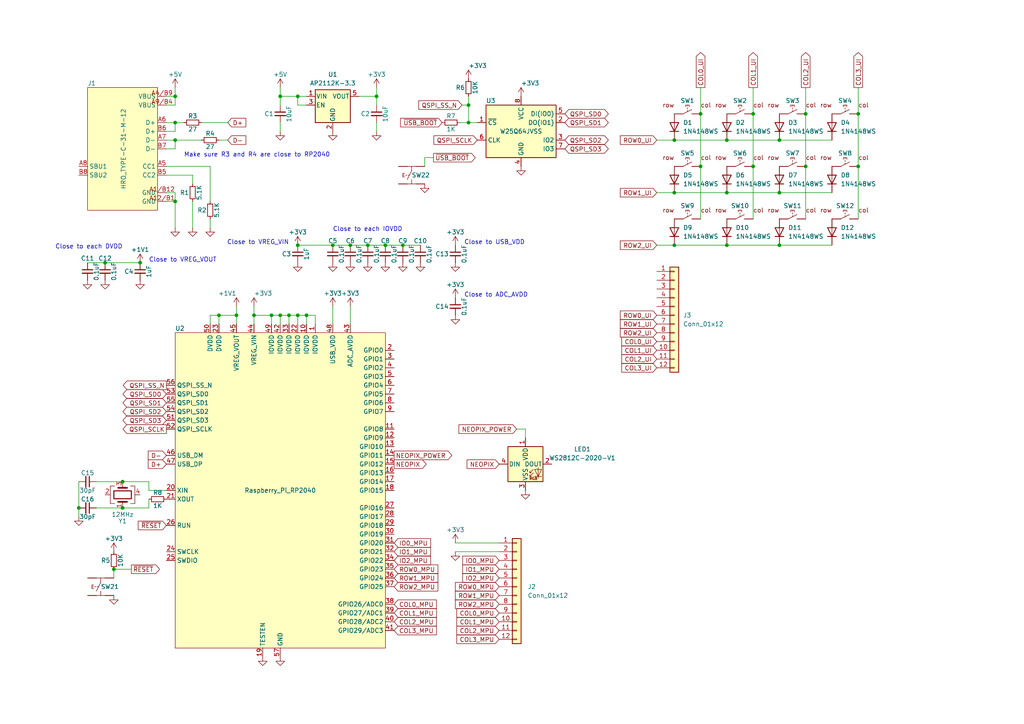
<source format=kicad_sch>
(kicad_sch (version 20211123) (generator eeschema)
  (paper "A4")
  (title_block (title "Octave - Input PCB") (date "2023-01-04") (rev "6.1.2") (comment 4 "https://github.com/takayoshiotake/octave-12-key-macropad"))
  (lib_symbols
    (symbol "Connector_Generic:Conn_01x12" (pin_names (offset 1.016) hide)
      (property "Reference" "J" (at 0 15.24 0))
      (property "Value" "Conn_01x12" (at 0 -17.78 0))
      (symbol "Conn_01x12_1_1"
        (rectangle (start -1.27 -15.113) (end 0 -15.367) (stroke (width 0.1524)))
        (rectangle (start -1.27 -12.573) (end 0 -12.827) (stroke (width 0.1524)))
        (rectangle (start -1.27 -10.033) (end 0 -10.287) (stroke (width 0.1524)))
        (rectangle (start -1.27 -7.493) (end 0 -7.747) (stroke (width 0.1524)))
        (rectangle (start -1.27 -4.953) (end 0 -5.207) (stroke (width 0.1524)))
        (rectangle (start -1.27 -2.413) (end 0 -2.667) (stroke (width 0.1524)))
        (rectangle (start -1.27 0.127) (end 0 -0.127) (stroke (width 0.1524)))
        (rectangle (start -1.27 2.667) (end 0 2.413) (stroke (width 0.1524)))
        (rectangle (start -1.27 5.207) (end 0 4.953) (stroke (width 0.1524)))
        (rectangle (start -1.27 7.747) (end 0 7.493) (stroke (width 0.1524)))
        (rectangle (start -1.27 10.287) (end 0 10.033) (stroke (width 0.1524)))
        (rectangle (start -1.27 12.827) (end 0 12.573) (stroke (width 0.1524)))
        (rectangle (start -1.27 13.97) (end 1.27 -16.51) (stroke (width 0.254)) (fill (type background)))
        (pin passive line (at -5.08 12.7 0) (length 3.81) (name "Pin_1") (number "1"))
        (pin passive line (at -5.08 -10.16 0) (length 3.81) (name "Pin_10") (number "10"))
        (pin passive line (at -5.08 -12.7 0) (length 3.81) (name "Pin_11") (number "11"))
        (pin passive line (at -5.08 -15.24 0) (length 3.81) (name "Pin_12") (number "12"))
        (pin passive line (at -5.08 10.16 0) (length 3.81) (name "Pin_2") (number "2"))
        (pin passive line (at -5.08 7.62 0) (length 3.81) (name "Pin_3") (number "3"))
        (pin passive line (at -5.08 5.08 0) (length 3.81) (name "Pin_4") (number "4"))
        (pin passive line (at -5.08 2.54 0) (length 3.81) (name "Pin_5") (number "5"))
        (pin passive line (at -5.08 0 0) (length 3.81) (name "Pin_6") (number "6"))
        (pin passive line (at -5.08 -2.54 0) (length 3.81) (name "Pin_7") (number "7"))
        (pin passive line (at -5.08 -5.08 0) (length 3.81) (name "Pin_8") (number "8"))
        (pin passive line (at -5.08 -7.62 0) (length 3.81) (name "Pin_9") (number "9"))
      )
    )
    (symbol "Device:C_Small" (pin_numbers hide) (pin_names (offset 0.254) hide)
      (property "Reference" "C" (at 0.254 1.778 0))
      (property "Value" "C_Small" (at 0.254 -2.032 0))
      (symbol "C_Small_0_1"
        (polyline (pts (xy -1.524 -0.508) (xy 1.524 -0.508)) (stroke (width 0.3302)))
        (polyline (pts (xy -1.524 0.508) (xy 1.524 0.508)) (stroke (width 0.3048)))
      )
      (symbol "C_Small_1_1"
        (pin passive line (at 0 2.54 270) (length 2.032) (name "~") (number "1"))
        (pin passive line (at 0 -2.54 90) (length 2.032) (name "~") (number "2"))
      )
    )
    (symbol "Device:Crystal_GND24" (pin_names (offset 1.016) hide)
      (property "Reference" "Y" (at 3.175 5.08 0))
      (property "Value" "Crystal_GND24" (at 3.175 3.175 0))
      (symbol "Crystal_GND24_0_1"
        (rectangle (start -1.143 2.54) (end 1.143 -2.54) (stroke (width 0.3048)))
        (polyline (pts (xy -2.54 0) (xy -2.032 0)))
        (polyline (pts (xy -2.032 -1.27) (xy -2.032 1.27)) (stroke (width 0.508)))
        (polyline (pts (xy 0 -3.81) (xy 0 -3.556)))
        (polyline (pts (xy 0 3.556) (xy 0 3.81)))
        (polyline (pts (xy 2.032 -1.27) (xy 2.032 1.27)) (stroke (width 0.508)))
        (polyline (pts (xy 2.032 0) (xy 2.54 0)))
        (polyline (pts (xy -2.54 -2.286) (xy -2.54 -3.556) (xy 2.54 -3.556) (xy 2.54 -2.286)))
        (polyline (pts (xy -2.54 2.286) (xy -2.54 3.556) (xy 2.54 3.556) (xy 2.54 2.286)))
      )
      (symbol "Crystal_GND24_1_1"
        (pin passive line (at -3.81 0 0) (length 1.27) (name "1") (number "1"))
        (pin passive line (at 0 5.08 270) (length 1.27) (name "2") (number "2"))
        (pin passive line (at 3.81 0 180) (length 1.27) (name "3") (number "3"))
        (pin passive line (at 0 -5.08 90) (length 1.27) (name "4") (number "4"))
      )
    )
    (symbol "Device:R_Small" (pin_numbers hide) (pin_names (offset 0.254) hide)
      (property "Reference" "R" (at 0.762 0.508 0))
      (property "Value" "R_Small" (at 0.762 -1.016 0))
      (symbol "R_Small_0_1"
        (rectangle (start -0.762 1.778) (end 0.762 -1.778) (stroke (width 0.2032)))
      )
      (symbol "R_Small_1_1"
        (pin passive line (at 0 2.54 270) (length 0.762) (name "~") (number "1"))
        (pin passive line (at 0 -2.54 90) (length 0.762) (name "~") (number "2"))
      )
    )
    (symbol "Diode:1N4148WS" (pin_numbers hide) (pin_names (offset 1.016) hide)
      (property "Reference" "D" (at 0 2.54 0))
      (property "Value" "1N4148WS" (at 0 -2.54 0))
      (symbol "1N4148WS_0_1"
        (polyline (pts (xy -1.27 1.27) (xy -1.27 -1.27)) (stroke (width 0.254)))
        (polyline (pts (xy 1.27 0) (xy -1.27 0)))
        (polyline (pts (xy 1.27 1.27) (xy 1.27 -1.27) (xy -1.27 0) (xy 1.27 1.27)) (stroke (width 0.254)))
      )
      (symbol "1N4148WS_1_1"
        (pin passive line (at -3.81 0 0) (length 2.54) (name "K") (number "1"))
        (pin passive line (at 3.81 0 180) (length 2.54) (name "A") (number "2"))
      )
    )
    (symbol "LED:WS2812B" (pin_names (offset 0.254))
      (property "Reference" "D" (at 5.08 5.715 0))
      (property "Value" "WS2812B" (at 1.27 -5.715 0))
      (symbol "WS2812B_0_0"
        (text "RGB" (at 2.286 -4.191 0) (effects (font (size 0.762 0.762))))
      )
      (symbol "WS2812B_0_1"
        (polyline (pts (xy 1.27 -3.556) (xy 1.778 -3.556)))
        (polyline (pts (xy 1.27 -2.54) (xy 1.778 -2.54)))
        (polyline (pts (xy 4.699 -3.556) (xy 2.667 -3.556)))
        (polyline (pts (xy 2.286 -2.54) (xy 1.27 -3.556) (xy 1.27 -3.048)))
        (polyline (pts (xy 2.286 -1.524) (xy 1.27 -2.54) (xy 1.27 -2.032)))
        (polyline (pts (xy 3.683 -1.016) (xy 3.683 -3.556) (xy 3.683 -4.064)))
        (polyline (pts (xy 4.699 -1.524) (xy 2.667 -1.524) (xy 3.683 -3.556) (xy 4.699 -1.524)))
        (rectangle (start 5.08 5.08) (end -5.08 -5.08) (stroke (width 0.254)) (fill (type background)))
      )
      (symbol "WS2812B_1_1"
        (pin power_in line (at 0 7.62 270) (length 2.54) (name "VDD") (number "1"))
        (pin output line (at 7.62 0 180) (length 2.54) (name "DOUT") (number "2"))
        (pin power_in line (at 0 -7.62 90) (length 2.54) (name "VSS") (number "3"))
        (pin input line (at -7.62 0 0) (length 2.54) (name "DIN") (number "4"))
      )
    )
    (symbol "Memory_Flash:W25Q32JVSS"
      (property "Reference" "U" (at -8.89 8.89 0))
      (property "Value" "W25Q32JVSS" (at 7.62 8.89 0))
      (symbol "W25Q32JVSS_0_1"
        (rectangle (start -10.16 7.62) (end 10.16 -7.62) (stroke (width 0.254)) (fill (type background)))
      )
      (symbol "W25Q32JVSS_1_1"
        (pin input line (at -12.7 2.54 0) (length 2.54) (name "~{CS}") (number "1"))
        (pin bidirectional line (at 12.7 2.54 180) (length 2.54) (name "DO(IO1)") (number "2"))
        (pin bidirectional line (at 12.7 -2.54 180) (length 2.54) (name "IO2") (number "3"))
        (pin power_in line (at 0 -10.16 90) (length 2.54) (name "GND") (number "4"))
        (pin bidirectional line (at 12.7 5.08 180) (length 2.54) (name "DI(IO0)") (number "5"))
        (pin input line (at -12.7 -2.54 0) (length 2.54) (name "CLK") (number "6"))
        (pin bidirectional line (at 12.7 -5.08 180) (length 2.54) (name "IO3") (number "7"))
        (pin power_in line (at 0 10.16 270) (length 2.54) (name "VCC") (number "8"))
      )
    )
    (symbol "Octave_Library:Alps_Alpine_SKRP" (pin_numbers hide) (pin_names (offset 0) hide)
      (property "Reference" "SW" (at 0 7.62 0))
      (property "Value" "Alps_Alpine_SKRP" (at 0 5.08 0))
      (symbol "Alps_Alpine_SKRP_0_0"
        (polyline (pts (xy 0 1.27) (xy 1.27 -1.27)))
        (polyline (pts (xy 0.635 0) (xy 1.016 0)))
        (polyline (pts (xy 1.397 0) (xy 1.778 0)))
        (polyline (pts (xy 2.032 -0.508) (xy 2.54 -0.508)))
        (polyline (pts (xy 2.032 0.508) (xy 2.54 0.508)))
        (polyline (pts (xy 2.159 0) (xy 2.54 0)))
        (polyline (pts (xy 2.54 0.508) (xy 2.54 -0.508)))
      )
      (symbol "Alps_Alpine_SKRP_0_1"
        (polyline (pts (xy -1.27 -2.54) (xy 1.27 -2.54)))
        (polyline (pts (xy 0 -1.27) (xy 0 -2.54)))
        (polyline (pts (xy 0 2.54) (xy 0 1.27)))
        (polyline (pts (xy 1.27 2.54) (xy -1.27 2.54)))
        (pin passive line (at -3.81 2.54 0) (length 2.54) (name "1") (number "1"))
        (pin passive line (at 3.81 2.54 180) (length 2.54) (name "2") (number "2"))
        (pin passive line (at -3.81 -2.54 0) (length 2.54) (name "3") (number "3"))
        (pin passive line (at 3.81 -2.54 180) (length 2.54) (name "4") (number "4"))
      )
    )
    (symbol "Octave_Library:HRO_TYPE-C-31-M-12"
      (property "Reference" "J" (at 0 20.32 0))
      (property "Value" "HRO_TYPE-C-31-M-12" (at 0 -20.32 0))
      (symbol "HRO_TYPE-C-31-M-12_0_1"
        (rectangle (start -10.16 17.78) (end 10.16 -17.78) (fill (type background)))
      )
      (symbol "HRO_TYPE-C-31-M-12_1_1"
        (pin power_out line (at 12.7 -12.7 180) (length 2.54) (name "GND") (number "A1/B12"))
        (pin power_out line (at 12.7 -15.24 180) (length 2.54) (name "GND") (number "A12/B1"))
        (pin power_out line (at 12.7 15.24 180) (length 2.54) (name "VBUS") (number "A4/B9"))
        (pin passive line (at 12.7 -5.08 180) (length 2.54) (name "CC1") (number "A5"))
        (pin passive line (at 12.7 7.62 180) (length 2.54) (name "D+") (number "A6"))
        (pin passive line (at 12.7 2.54 180) (length 2.54) (name "D-") (number "A7"))
        (pin passive line (at -12.7 -5.08 0) (length 2.54) (name "SBU1") (number "A8"))
        (pin power_out line (at 12.7 12.7 180) (length 2.54) (name "VBUS") (number "A9/B4"))
        (pin passive line (at 12.7 -7.62 180) (length 2.54) (name "CC2") (number "B5"))
        (pin passive line (at 12.7 5.08 180) (length 2.54) (name "D+") (number "B6"))
        (pin passive line (at 12.7 0 180) (length 2.54) (name "D-") (number "B7"))
        (pin passive line (at -12.7 -7.62 0) (length 2.54) (name "SBU2") (number "B8"))
      )
    )
    (symbol "Octave_Library:Raspberry_Pi_RP2040"
      (property "Reference" "U" (at -30.48 48.26 0))
      (property "Value" "Raspberry_Pi_RP2040" (at 30.48 -48.26 0))
      (symbol "Raspberry_Pi_RP2040_0_1"
        (rectangle (start -30.48 45.72) (end 30.48 -45.72) (fill (type background)))
      )
      (symbol "Raspberry_Pi_RP2040_1_1"
        (pin power_in line (at 10.16 48.26 270) (length 2.54) (name "IOVDD") (number "1"))
        (pin power_in line (at 7.62 48.26 270) (length 2.54) (name "IOVDD") (number "10"))
        (pin bidirectional line (at 33.02 17.78 180) (length 2.54) (name "GPIO8") (number "11"))
        (pin bidirectional line (at 33.02 15.24 180) (length 2.54) (name "GPIO9") (number "12"))
        (pin bidirectional line (at 33.02 12.7 180) (length 2.54) (name "GPIO10") (number "13"))
        (pin bidirectional line (at 33.02 10.16 180) (length 2.54) (name "GPIO11") (number "14"))
        (pin bidirectional line (at 33.02 7.62 180) (length 2.54) (name "GPIO12") (number "15"))
        (pin bidirectional line (at 33.02 5.08 180) (length 2.54) (name "GPIO13") (number "16"))
        (pin bidirectional line (at 33.02 2.54 180) (length 2.54) (name "GPIO14") (number "17"))
        (pin bidirectional line (at 33.02 0 180) (length 2.54) (name "GPIO15") (number "18"))
        (pin passive line (at -5.08 -48.26 90) (length 2.54) (name "TESTEN") (number "19"))
        (pin bidirectional line (at 33.02 40.64 180) (length 2.54) (name "GPIO0") (number "2"))
        (pin input line (at -33.02 0 0) (length 2.54) (name "XIN") (number "20"))
        (pin passive line (at -33.02 -2.54 0) (length 2.54) (name "XOUT") (number "21"))
        (pin power_in line (at 5.08 48.26 270) (length 2.54) (name "IOVDD") (number "22"))
        (pin power_in line (at -17.78 48.26 270) (length 2.54) (name "DVDD") (number "23"))
        (pin output line (at -33.02 -17.78 0) (length 2.54) (name "SWCLK") (number "24"))
        (pin bidirectional line (at -33.02 -20.32 0) (length 2.54) (name "SWDIO") (number "25"))
        (pin input line (at -33.02 -10.16 0) (length 2.54) (name "RUN") (number "26"))
        (pin bidirectional line (at 33.02 -5.08 180) (length 2.54) (name "GPIO16") (number "27"))
        (pin bidirectional line (at 33.02 -7.62 180) (length 2.54) (name "GPIO17") (number "28"))
        (pin bidirectional line (at 33.02 -10.16 180) (length 2.54) (name "GPIO18") (number "29"))
        (pin bidirectional line (at 33.02 38.1 180) (length 2.54) (name "GPIO1") (number "3"))
        (pin bidirectional line (at 33.02 -12.7 180) (length 2.54) (name "GPIO19") (number "30"))
        (pin bidirectional line (at 33.02 -15.24 180) (length 2.54) (name "GPIO20") (number "31"))
        (pin bidirectional line (at 33.02 -17.78 180) (length 2.54) (name "GPIO21") (number "32"))
        (pin power_in line (at 2.54 48.26 270) (length 2.54) (name "IOVDD") (number "33"))
        (pin bidirectional line (at 33.02 -20.32 180) (length 2.54) (name "GPIO22") (number "34"))
        (pin bidirectional line (at 33.02 -22.86 180) (length 2.54) (name "GPIO23") (number "35"))
        (pin bidirectional line (at 33.02 -25.4 180) (length 2.54) (name "GPIO24") (number "36"))
        (pin bidirectional line (at 33.02 -27.94 180) (length 2.54) (name "GPIO25") (number "37"))
        (pin bidirectional line (at 33.02 -33.02 180) (length 2.54) (name "GPIO26/ADC0") (number "38"))
        (pin bidirectional line (at 33.02 -35.56 180) (length 2.54) (name "GPIO27/ADC1") (number "39"))
        (pin bidirectional line (at 33.02 35.56 180) (length 2.54) (name "GPIO2") (number "4"))
        (pin bidirectional line (at 33.02 -38.1 180) (length 2.54) (name "GPIO28/ADC2") (number "40"))
        (pin bidirectional line (at 33.02 -40.64 180) (length 2.54) (name "GPIO29/ADC3") (number "41"))
        (pin power_in line (at 0 48.26 270) (length 2.54) (name "IOVDD") (number "42"))
        (pin power_in line (at 20.32 48.26 270) (length 2.54) (name "ADC_AVDD") (number "43"))
        (pin power_in line (at -7.62 48.26 270) (length 2.54) (name "VREG_VIN") (number "44"))
        (pin power_out line (at -12.7 48.26 270) (length 2.54) (name "VREG_VOUT") (number "45"))
        (pin bidirectional line (at -33.02 10.16 0) (length 2.54) (name "USB_DM") (number "46"))
        (pin bidirectional line (at -33.02 7.62 0) (length 2.54) (name "USB_DP") (number "47"))
        (pin power_in line (at 15.24 48.26 270) (length 2.54) (name "USB_VDD") (number "48"))
        (pin power_in line (at -2.54 48.26 270) (length 2.54) (name "IOVDD") (number "49"))
        (pin bidirectional line (at 33.02 33.02 180) (length 2.54) (name "GPIO3") (number "5"))
        (pin power_in line (at -20.32 48.26 270) (length 2.54) (name "DVDD") (number "50"))
        (pin bidirectional line (at -33.02 20.32 0) (length 2.54) (name "QSPI_SD3") (number "51"))
        (pin output line (at -33.02 17.78 0) (length 2.54) (name "QSPI_SCLK") (number "52"))
        (pin bidirectional line (at -33.02 27.94 0) (length 2.54) (name "QSPI_SD0") (number "53"))
        (pin bidirectional line (at -33.02 22.86 0) (length 2.54) (name "QSPI_SD2") (number "54"))
        (pin bidirectional line (at -33.02 25.4 0) (length 2.54) (name "QSPI_SD1") (number "55"))
        (pin bidirectional line (at -33.02 30.48 0) (length 2.54) (name "QSPI_SS_N") (number "56"))
        (pin power_in line (at 0 -48.26 90) (length 2.54) (name "GND") (number "57"))
        (pin bidirectional line (at 33.02 30.48 180) (length 2.54) (name "GPIO4") (number "6"))
        (pin bidirectional line (at 33.02 27.94 180) (length 2.54) (name "GPIO5") (number "7"))
        (pin bidirectional line (at 33.02 25.4 180) (length 2.54) (name "GPIO6") (number "8"))
        (pin bidirectional line (at 33.02 22.86 180) (length 2.54) (name "GPIO7") (number "9"))
      )
    )
    (symbol "Octave_Library:SW_Hot_Swap_Socket" (pin_numbers hide) (pin_names (offset 0) hide)
      (property "Reference" "SW" (at 0 5.08 0))
      (property "Value" "SW_Hot_Swap_Socket" (at 0 2.54 0))
      (symbol "SW_Hot_Swap_Socket_0_0"
        (polyline (pts (xy -1.27 -2.54) (xy 1.27 -1.27)))
        (polyline (pts (xy -0.508 -0.508) (xy -0.508 0)))
        (polyline (pts (xy -0.508 0) (xy 0.508 0)))
        (polyline (pts (xy 0 -1.905) (xy 0 -1.524)))
        (polyline (pts (xy 0 -1.143) (xy 0 -0.762)))
        (polyline (pts (xy 0 -0.381) (xy 0 0)))
        (polyline (pts (xy 0.508 -0.508) (xy 0.508 0)))
        (text "col" (at 3.81 0 0) (effects (font (size 1.27 1.27)) (justify left)))
        (text "row" (at -3.81 0 0) (effects (font (size 1.27 1.27)) (justify right)))
      )
      (symbol "SW_Hot_Swap_Socket_0_1"
        (pin passive line (at -3.81 -2.54 0) (length 2.54) (name "1") (number "1"))
        (pin passive line (at 3.81 -2.54 180) (length 2.54) (name "2") (number "2"))
      )
    )
    (symbol "Regulator_Linear:AP2112K-3.3" (pin_names (offset 0.254))
      (property "Reference" "U" (at -5.08 5.715 0))
      (property "Value" "AP2112K-3.3" (at 0 5.715 0))
      (symbol "AP2112K-3.3_0_1"
        (rectangle (start -5.08 4.445) (end 5.08 -5.08) (stroke (width 0.254)) (fill (type background)))
      )
      (symbol "AP2112K-3.3_1_1"
        (pin power_in line (at -7.62 2.54 0) (length 2.54) (name "VIN") (number "1"))
        (pin power_in line (at 0 -7.62 90) (length 2.54) (name "GND") (number "2"))
        (pin input line (at -7.62 0 0) (length 2.54) (name "EN") (number "3"))
        (pin no_connect line (at 5.08 0 180) (length 2.54) hide (name "NC") (number "4"))
        (pin power_out line (at 7.62 2.54 180) (length 2.54) (name "VOUT") (number "5"))
      )
    )
    (symbol "power:+1V1" (power) (pin_names (offset 0))
      (property "Value" "+1V1" (at 0 3.556 0))
      (symbol "+1V1_0_1"
        (polyline (pts (xy -0.762 1.27) (xy 0 2.54)))
        (polyline (pts (xy 0 0) (xy 0 2.54)))
        (polyline (pts (xy 0 2.54) (xy 0.762 1.27)))
      )
      (symbol "+1V1_1_1"
        (pin power_in line (at 0 0 90) (length 0) hide (name "+1V1") (number "1"))
      )
    )
    (symbol "power:+3V3" (power) (pin_names (offset 0))
      (property "Value" "+3V3" (at 0 3.556 0))
      (symbol "+3V3_0_1"
        (polyline (pts (xy -0.762 1.27) (xy 0 2.54)))
        (polyline (pts (xy 0 0) (xy 0 2.54)))
        (polyline (pts (xy 0 2.54) (xy 0.762 1.27)))
      )
      (symbol "+3V3_1_1"
        (pin power_in line (at 0 0 90) (length 0) hide (name "+3V3") (number "1"))
      )
    )
    (symbol "power:+5V" (power) (pin_names (offset 0))
      (property "Value" "+5V" (at 0 3.556 0))
      (symbol "+5V_0_1"
        (polyline (pts (xy -0.762 1.27) (xy 0 2.54)))
        (polyline (pts (xy 0 0) (xy 0 2.54)))
        (polyline (pts (xy 0 2.54) (xy 0.762 1.27)))
      )
      (symbol "+5V_1_1"
        (pin power_in line (at 0 0 90) (length 0) hide (name "+5V") (number "1"))
      )
    )
    (symbol "power:GND" (power) (pin_names (offset 0))
      (property "Value" "GND" (at 0 -3.81 0))
      (symbol "GND_0_1"
        (polyline (pts (xy 0 0) (xy 0 -1.27) (xy 1.27 -1.27) (xy 0 -2.54) (xy -1.27 -1.27) (xy 0 -1.27)))
      )
      (symbol "GND_1_1"
        (pin power_in line (at 0 0 270) (length 0) hide (name "GND") (number "1"))
      )
    )
  )
  (junction (at 106.68 71.12))
  (junction (at 50.8 58.42))
  (junction (at 116.84 71.12))
  (junction (at 218.44 48.26))
  (junction (at 233.68 33.02))
  (junction (at 50.8 40.64))
  (junction (at 35.56 139.7))
  (junction (at 50.8 27.94))
  (junction (at 111.76 71.12))
  (junction (at 63.5 91.44))
  (junction (at 210.82 55.88))
  (junction (at 135.89 35.56))
  (junction (at 86.36 27.94))
  (junction (at 195.58 55.88))
  (junction (at 81.28 91.44))
  (junction (at 248.92 33.02))
  (junction (at 203.2 48.26))
  (junction (at 96.52 71.12))
  (junction (at 88.9 91.44))
  (junction (at 195.58 71.12))
  (junction (at 195.58 40.64))
  (junction (at 233.68 48.26))
  (junction (at 226.06 40.64))
  (junction (at 218.44 33.02))
  (junction (at 33.02 165.1))
  (junction (at 78.74 91.44))
  (junction (at 135.89 30.48))
  (junction (at 101.6 71.12))
  (junction (at 226.06 71.12))
  (junction (at 203.2 33.02))
  (junction (at 210.82 71.12))
  (junction (at 109.22 27.94))
  (junction (at 35.56 147.32))
  (junction (at 68.58 91.44))
  (junction (at 248.92 48.26))
  (junction (at 210.82 40.64))
  (junction (at 73.66 91.44))
  (junction (at 30.48 76.2))
  (junction (at 22.86 147.32))
  (junction (at 81.28 27.94))
  (junction (at 86.36 91.44))
  (junction (at 86.36 71.12))
  (junction (at 83.82 91.44))
  (junction (at 50.8 35.56))
  (junction (at 40.64 76.2))
  (junction (at 226.06 55.88))
  (wire (pts (xy 48.26 55.88) (xy 50.8 55.88)))
  (wire (pts (xy 133.985 30.48) (xy 135.89 30.48)))
  (wire (pts (xy 81.28 91.44) (xy 81.28 93.98)))
  (wire (pts (xy 48.26 38.1) (xy 50.8 38.1)))
  (wire (pts (xy 68.58 88.9) (xy 68.58 91.44)))
  (wire (pts (xy 55.88 58.42) (xy 55.88 66.04)))
  (wire (pts (xy 22.86 139.7) (xy 22.86 147.32)))
  (wire (pts (xy 86.36 71.12) (xy 96.52 71.12)))
  (wire (pts (xy 248.92 25.4) (xy 248.92 33.02)))
  (wire (pts (xy 203.2 33.02) (xy 203.2 48.26)))
  (wire (pts (xy 22.86 147.32) (xy 22.86 149.86)))
  (wire (pts (xy 73.66 91.44) (xy 73.66 93.98)))
  (wire (pts (xy 50.8 55.88) (xy 50.8 58.42)))
  (wire (pts (xy 190.5 55.88) (xy 195.58 55.88)))
  (wire (pts (xy 104.14 27.94) (xy 109.22 27.94)))
  (wire (pts (xy 210.82 40.64) (xy 226.06 40.64)))
  (wire (pts (xy 132.08 157.48) (xy 144.78 157.48)))
  (wire (pts (xy 135.89 30.48) (xy 135.89 35.56)))
  (wire (pts (xy 50.8 25.4) (xy 50.8 27.94)))
  (wire (pts (xy 226.06 55.88) (xy 241.3 55.88)))
  (wire (pts (xy 195.58 55.88) (xy 210.82 55.88)))
  (wire (pts (xy 50.8 58.42) (xy 50.8 66.04)))
  (wire (pts (xy 203.2 25.4) (xy 203.2 33.02)))
  (wire (pts (xy 27.94 139.7) (xy 35.56 139.7)))
  (wire (pts (xy 30.48 76.2) (xy 40.64 76.2)))
  (wire (pts (xy 83.82 91.44) (xy 81.28 91.44)))
  (wire (pts (xy 86.36 91.44) (xy 86.36 93.98)))
  (wire (pts (xy 233.68 25.4) (xy 233.68 33.02)))
  (wire (pts (xy 60.96 66.04) (xy 60.96 63.5)))
  (wire (pts (xy 190.5 71.12) (xy 195.58 71.12)))
  (wire (pts (xy 203.2 48.26) (xy 203.2 63.5)))
  (wire (pts (xy 86.36 30.48) (xy 86.36 27.94)))
  (wire (pts (xy 48.26 58.42) (xy 50.8 58.42)))
  (wire (pts (xy 123.19 45.72) (xy 125.73 45.72)))
  (wire (pts (xy 248.92 48.26) (xy 248.92 63.5)))
  (wire (pts (xy 50.8 40.64) (xy 58.42 40.64)))
  (wire (pts (xy 135.89 27.94) (xy 135.89 30.48)))
  (wire (pts (xy 78.74 93.98) (xy 78.74 91.44)))
  (wire (pts (xy 149.86 124.46) (xy 152.4 124.46)))
  (wire (pts (xy 33.02 165.1) (xy 33.02 167.64)))
  (wire (pts (xy 48.26 40.64) (xy 50.8 40.64)))
  (wire (pts (xy 60.96 93.98) (xy 60.96 91.44)))
  (wire (pts (xy 43.18 142.24) (xy 48.26 142.24)))
  (wire (pts (xy 226.06 71.12) (xy 241.3 71.12)))
  (wire (pts (xy 218.44 48.26) (xy 218.44 63.5)))
  (wire (pts (xy 109.22 27.94) (xy 109.22 25.4)))
  (wire (pts (xy 48.26 48.26) (xy 60.96 48.26)))
  (wire (pts (xy 63.5 40.64) (xy 66.04 40.64)))
  (wire (pts (xy 81.28 27.94) (xy 86.36 27.94)))
  (wire (pts (xy 86.36 91.44) (xy 83.82 91.44)))
  (wire (pts (xy 50.8 43.18) (xy 50.8 40.64)))
  (wire (pts (xy 43.18 147.32) (xy 35.56 147.32)))
  (wire (pts (xy 33.02 165.1) (xy 38.1 165.1)))
  (wire (pts (xy 63.5 91.44) (xy 68.58 91.44)))
  (wire (pts (xy 25.4 76.2) (xy 30.48 76.2)))
  (wire (pts (xy 101.6 88.9) (xy 101.6 93.98)))
  (wire (pts (xy 123.19 45.72) (xy 123.19 48.26)))
  (wire (pts (xy 109.22 35.56) (xy 109.22 38.1)))
  (wire (pts (xy 210.82 71.12) (xy 226.06 71.12)))
  (wire (pts (xy 78.74 91.44) (xy 73.66 91.44)))
  (wire (pts (xy 111.76 71.12) (xy 116.84 71.12)))
  (wire (pts (xy 27.94 147.32) (xy 35.56 147.32)))
  (wire (pts (xy 60.96 91.44) (xy 63.5 91.44)))
  (wire (pts (xy 60.96 48.26) (xy 60.96 58.42)))
  (wire (pts (xy 195.58 40.64) (xy 210.82 40.64)))
  (wire (pts (xy 81.28 35.56) (xy 81.28 38.1)))
  (wire (pts (xy 96.52 71.12) (xy 101.6 71.12)))
  (wire (pts (xy 248.92 33.02) (xy 248.92 48.26)))
  (wire (pts (xy 132.08 160.02) (xy 144.78 160.02)))
  (wire (pts (xy 109.22 27.94) (xy 109.22 30.48)))
  (wire (pts (xy 48.26 43.18) (xy 50.8 43.18)))
  (wire (pts (xy 81.28 27.94) (xy 81.28 25.4)))
  (wire (pts (xy 50.8 35.56) (xy 53.34 35.56)))
  (wire (pts (xy 101.6 71.12) (xy 106.68 71.12)))
  (wire (pts (xy 106.68 71.12) (xy 111.76 71.12)))
  (wire (pts (xy 63.5 91.44) (xy 63.5 93.98)))
  (wire (pts (xy 83.82 91.44) (xy 83.82 93.98)))
  (wire (pts (xy 88.9 30.48) (xy 86.36 30.48)))
  (wire (pts (xy 48.26 27.94) (xy 50.8 27.94)))
  (wire (pts (xy 91.44 93.98) (xy 91.44 91.44)))
  (wire (pts (xy 91.44 91.44) (xy 88.9 91.44)))
  (wire (pts (xy 73.66 88.9) (xy 73.66 91.44)))
  (wire (pts (xy 133.35 35.56) (xy 135.89 35.56)))
  (wire (pts (xy 233.68 48.26) (xy 233.68 63.5)))
  (wire (pts (xy 88.9 91.44) (xy 86.36 91.44)))
  (wire (pts (xy 135.89 35.56) (xy 138.43 35.56)))
  (wire (pts (xy 195.58 71.12) (xy 210.82 71.12)))
  (wire (pts (xy 81.28 27.94) (xy 81.28 30.48)))
  (wire (pts (xy 58.42 35.56) (xy 66.04 35.56)))
  (wire (pts (xy 218.44 33.02) (xy 218.44 48.26)))
  (wire (pts (xy 218.44 25.4) (xy 218.44 33.02)))
  (wire (pts (xy 55.88 50.8) (xy 55.88 53.34)))
  (wire (pts (xy 96.52 88.9) (xy 96.52 93.98)))
  (wire (pts (xy 35.56 139.7) (xy 43.18 139.7)))
  (wire (pts (xy 43.18 139.7) (xy 43.18 142.24)))
  (wire (pts (xy 48.26 35.56) (xy 50.8 35.56)))
  (wire (pts (xy 68.58 91.44) (xy 68.58 93.98)))
  (wire (pts (xy 48.26 30.48) (xy 50.8 30.48)))
  (wire (pts (xy 50.8 35.56) (xy 50.8 38.1)))
  (wire (pts (xy 88.9 91.44) (xy 88.9 93.98)))
  (wire (pts (xy 190.5 40.64) (xy 195.58 40.64)))
  (wire (pts (xy 43.18 144.78) (xy 43.18 147.32)))
  (wire (pts (xy 48.26 50.8) (xy 55.88 50.8)))
  (wire (pts (xy 81.28 91.44) (xy 78.74 91.44)))
  (wire (pts (xy 50.8 27.94) (xy 50.8 30.48)))
  (wire (pts (xy 88.9 27.94) (xy 86.36 27.94)))
  (wire (pts (xy 210.82 55.88) (xy 226.06 55.88)))
  (wire (pts (xy 226.06 40.64) (xy 241.3 40.64)))
  (wire (pts (xy 116.84 71.12) (xy 121.92 71.12)))
  (wire (pts (xy 233.68 33.02) (xy 233.68 48.26)))
  (wire (pts (xy 152.4 124.46) (xy 152.4 127)))
  (text "Make sure R3 and R4 are close to RP2040" (at 53.34 45.72 0) (effects (font (size 1.27 1.27)) (justify left bottom)))
  (text "Close to each IOVDD" (at 96.52 67.31 0) (effects (font (size 1.27 1.27)) (justify left bottom)))
  (text "Close to USB_VDD" (at 134.62 71.12 0) (effects (font (size 1.27 1.27)) (justify left bottom)))
  (text "Close to VREG_VIN" (at 83.82 71.12 180) (effects (font (size 1.27 1.27)) (justify right bottom)))
  (text "Close to ADC_AVDD" (at 134.62 86.36 0) (effects (font (size 1.27 1.27)) (justify left bottom)))
  (text "Close to VREG_VOUT" (at 43.18 76.2 0) (effects (font (size 1.27 1.27)) (justify left bottom)))
  (text "Close to each DVDD" (at 35.56 72.39 180) (effects (font (size 1.27 1.27)) (justify right bottom)))
  (global_label "ROW0_MPU" (shape input) (at 144.78 170.18 180) (property "Intersheet References" "${INTERSHEET_REFS}" (effects hide)))
  (global_label "COL1_UI" (shape input) (at 190.5 101.6 180) (property "Intersheet References" "${INTERSHEET_REFS}" (effects hide)))
  (global_label "~{USB_BOOT}" (shape output) (at 125.73 45.72 0) (property "Intersheet References" "${INTERSHEET_REFS}" (effects hide)))
  (global_label "IO2_MPU" (shape input) (at 144.78 167.64 180) (property "Intersheet References" "${INTERSHEET_REFS}" (effects hide)))
  (global_label "NEOPIX" (shape input) (at 144.78 134.62 180) (property "Intersheet References" "${INTERSHEET_REFS}" (effects hide)))
  (global_label "COL0_UI" (shape input) (at 190.5 99.06 180) (property "Intersheet References" "${INTERSHEET_REFS}" (effects hide)))
  (global_label "COL3_MPU" (shape input) (at 144.78 185.42 180) (property "Intersheet References" "${INTERSHEET_REFS}" (effects hide)))
  (global_label "COL0_MPU" (shape input) (at 144.78 177.8 180) (property "Intersheet References" "${INTERSHEET_REFS}" (effects hide)))
  (global_label "D+" (shape input) (at 48.26 134.62 180) (property "Intersheet References" "${INTERSHEET_REFS}" (effects hide)))
  (global_label "NEOPIX" (shape output) (at 114.3 134.62 0) (property "Intersheet References" "${INTERSHEET_REFS}" (effects hide)))
  (global_label "COL2_UI" (shape output) (at 233.68 25.4 90) (property "Intersheet References" "${INTERSHEET_REFS}" (effects hide)))
  (global_label "COL3_UI" (shape input) (at 190.5 106.68 180) (property "Intersheet References" "${INTERSHEET_REFS}" (effects hide)))
  (global_label "~{RESET}" (shape output) (at 38.1 165.1 0) (property "Intersheet References" "${INTERSHEET_REFS}" (effects hide)))
  (global_label "ROW1_MPU" (shape input) (at 144.78 172.72 180) (property "Intersheet References" "${INTERSHEET_REFS}" (effects hide)))
  (global_label "COL3_MPU" (shape input) (at 114.3 182.88 0) (property "Intersheet References" "${INTERSHEET_REFS}" (effects hide)))
  (global_label "ROW0_MPU" (shape input) (at 114.3 165.1 0) (property "Intersheet References" "${INTERSHEET_REFS}" (effects hide)))
  (global_label "QSPI_SD1" (shape bidirectional) (at 48.26 116.84 180) (property "Intersheet References" "${INTERSHEET_REFS}" (effects hide)))
  (global_label "IO0_MPU" (shape input) (at 144.78 162.56 180) (property "Intersheet References" "${INTERSHEET_REFS}" (effects hide)))
  (global_label "QSPI_SD3" (shape bidirectional) (at 48.26 121.92 180) (property "Intersheet References" "${INTERSHEET_REFS}" (effects hide)))
  (global_label "COL1_MPU" (shape input) (at 114.3 177.8 0) (property "Intersheet References" "${INTERSHEET_REFS}" (effects hide)))
  (global_label "QSPI_SD0" (shape bidirectional) (at 163.83 33.02 0) (property "Intersheet References" "${INTERSHEET_REFS}" (effects hide)))
  (global_label "ROW2_UI" (shape input) (at 190.5 71.12 180) (property "Intersheet References" "${INTERSHEET_REFS}" (effects hide)))
  (global_label "QSPI_SD2" (shape bidirectional) (at 163.83 40.64 0) (property "Intersheet References" "${INTERSHEET_REFS}" (effects hide)))
  (global_label "IO1_MPU" (shape input) (at 144.78 165.1 180) (property "Intersheet References" "${INTERSHEET_REFS}" (effects hide)))
  (global_label "~{USB_BOOT}" (shape input) (at 128.27 35.56 180) (property "Intersheet References" "${INTERSHEET_REFS}" (effects hide)))
  (global_label "COL1_MPU" (shape input) (at 144.78 180.34 180) (property "Intersheet References" "${INTERSHEET_REFS}" (effects hide)))
  (global_label "COL3_UI" (shape output) (at 248.92 25.4 90) (property "Intersheet References" "${INTERSHEET_REFS}" (effects hide)))
  (global_label "QSPI_SCLK" (shape output) (at 48.26 124.46 180) (property "Intersheet References" "${INTERSHEET_REFS}" (effects hide)))
  (global_label "IO2_MPU" (shape input) (at 114.3 162.56 0) (property "Intersheet References" "${INTERSHEET_REFS}" (effects hide)))
  (global_label "COL2_MPU" (shape input) (at 144.78 182.88 180) (property "Intersheet References" "${INTERSHEET_REFS}" (effects hide)))
  (global_label "ROW0_UI" (shape input) (at 190.5 40.64 180) (property "Intersheet References" "${INTERSHEET_REFS}" (effects hide)))
  (global_label "D+" (shape input) (at 66.04 35.56 0) (property "Intersheet References" "${INTERSHEET_REFS}" (effects hide)))
  (global_label "ROW1_UI" (shape input) (at 190.5 93.98 180) (property "Intersheet References" "${INTERSHEET_REFS}" (effects hide)))
  (global_label "ROW2_UI" (shape input) (at 190.5 96.52 180) (property "Intersheet References" "${INTERSHEET_REFS}" (effects hide)))
  (global_label "QSPI_SCLK" (shape input) (at 138.43 40.64 180) (property "Intersheet References" "${INTERSHEET_REFS}" (effects hide)))
  (global_label "~{RESET}" (shape input) (at 48.26 152.4 180) (property "Intersheet References" "${INTERSHEET_REFS}" (effects hide)))
  (global_label "QSPI_SS_N" (shape output) (at 48.26 111.76 180) (property "Intersheet References" "${INTERSHEET_REFS}" (effects hide)))
  (global_label "COL0_MPU" (shape input) (at 114.3 175.26 0) (property "Intersheet References" "${INTERSHEET_REFS}" (effects hide)))
  (global_label "QSPI_SD0" (shape bidirectional) (at 48.26 114.3 180) (property "Intersheet References" "${INTERSHEET_REFS}" (effects hide)))
  (global_label "ROW2_MPU" (shape input) (at 114.3 170.18 0) (property "Intersheet References" "${INTERSHEET_REFS}" (effects hide)))
  (global_label "ROW1_MPU" (shape input) (at 114.3 167.64 0) (property "Intersheet References" "${INTERSHEET_REFS}" (effects hide)))
  (global_label "IO1_MPU" (shape input) (at 114.3 160.02 0) (property "Intersheet References" "${INTERSHEET_REFS}" (effects hide)))
  (global_label "COL1_UI" (shape output) (at 218.44 25.4 90) (property "Intersheet References" "${INTERSHEET_REFS}" (effects hide)))
  (global_label "NEOPIX_POWER" (shape output) (at 114.3 132.08 0) (property "Intersheet References" "${INTERSHEET_REFS}" (effects hide)))
  (global_label "IO0_MPU" (shape input) (at 114.3 157.48 0) (property "Intersheet References" "${INTERSHEET_REFS}" (effects hide)))
  (global_label "D-" (shape input) (at 66.04 40.64 0) (property "Intersheet References" "${INTERSHEET_REFS}" (effects hide)))
  (global_label "D-" (shape input) (at 48.26 132.08 180) (property "Intersheet References" "${INTERSHEET_REFS}" (effects hide)))
  (global_label "QSPI_SS_N" (shape input) (at 133.985 30.48 180) (property "Intersheet References" "${INTERSHEET_REFS}" (effects hide)))
  (global_label "COL2_MPU" (shape input) (at 114.3 180.34 0) (property "Intersheet References" "${INTERSHEET_REFS}" (effects hide)))
  (global_label "QSPI_SD3" (shape bidirectional) (at 163.83 43.18 0) (property "Intersheet References" "${INTERSHEET_REFS}" (effects hide)))
  (global_label "QSPI_SD2" (shape bidirectional) (at 48.26 119.38 180) (property "Intersheet References" "${INTERSHEET_REFS}" (effects hide)))
  (global_label "ROW0_UI" (shape input) (at 190.5 91.44 180) (property "Intersheet References" "${INTERSHEET_REFS}" (effects hide)))
  (global_label "ROW1_UI" (shape input) (at 190.5 55.88 180) (property "Intersheet References" "${INTERSHEET_REFS}" (effects hide)))
  (global_label "COL2_UI" (shape input) (at 190.5 104.14 180) (property "Intersheet References" "${INTERSHEET_REFS}" (effects hide)))
  (global_label "QSPI_SD1" (shape bidirectional) (at 163.83 35.56 0) (property "Intersheet References" "${INTERSHEET_REFS}" (effects hide)))
  (global_label "COL0_UI" (shape output) (at 203.2 25.4 90) (property "Intersheet References" "${INTERSHEET_REFS}" (effects hide)))
  (global_label "NEOPIX_POWER" (shape input) (at 149.86 124.46 180) (property "Intersheet References" "${INTERSHEET_REFS}" (effects hide)))
  (global_label "ROW2_MPU" (shape input) (at 144.78 175.26 180) (property "Intersheet References" "${INTERSHEET_REFS}" (effects hide)))
  (symbol (lib_id "Octave_Library:SW_Hot_Swap_Socket") (at 214.63 60.96 0) (unit 1)
    (property "Reference" "SW10" (at 214.63 59.69 0))
    (property "Value" "SW_Hot_Swap_Socket" (effects hide))
    (property "Footprint" "Octave_Library:Hot_Swap_Socket_CPG151101S11" (effects hide))
  )
  (symbol (lib_id "Device:C_Small") (at 25.4 147.32 270) (unit 1)
    (property "Reference" "C16" (at 25.4 144.78 90))
    (property "Value" "30pF" (at 25.4 149.86 90))
    (property "Footprint" "Capacitor_SMD:C_0402_1005Metric" (effects hide))
  )
  (symbol (lib_id "power:+3V3") (at 132.08 157.48 0) (unit 1)
    (property "Reference" "#PWR0103" (effects hide))
    (property "Value" "+3V3" (at 132.08 153.67 0))
  )
  (symbol (lib_id "Diode:1N4148WS") (at 241.3 52.07 90) (unit 1)
    (property "Reference" "D8" (at 243.84 50.7999 90) (effects (justify right)))
    (property "Value" "1N4148WS" (at 243.84 53.3399 90) (effects (justify right)))
    (property "Footprint" "Octave_Library:D_SOD-323F" (effects hide))
    (property "Datasheet" "https://www.vishay.com/docs/85751/1n4148ws.pdf" (effects hide))
  )
  (symbol (lib_id "Device:R_Small") (at 55.88 35.56 270) (unit 1)
    (property "Reference" "R3" (at 55.88 33.655 90))
    (property "Value" "27" (at 55.88 37.465 90))
    (property "Footprint" "Resistor_SMD:R_0402_1005Metric" (effects hide))
  )
  (symbol (lib_id "power:GND") (at 132.08 76.2 0) (unit 1)
    (property "Reference" "#PWR0110" (effects hide))
    (property "Value" "GND" (effects hide))
  )
  (symbol (lib_id "Octave_Library:SW_Hot_Swap_Socket") (at 245.11 60.96 0) (unit 1)
    (property "Reference" "SW12" (at 245.11 59.69 0))
    (property "Value" "SW_Hot_Swap_Socket" (effects hide))
    (property "Footprint" "Octave_Library:Hot_Swap_Socket_CPG151101S11" (effects hide))
  )
  (symbol (lib_id "Octave_Library:SW_Hot_Swap_Socket") (at 214.63 30.48 0) (unit 1)
    (property "Reference" "SW2" (at 214.63 29.21 0))
    (property "Value" "SW_Hot_Swap_Socket" (effects hide))
    (property "Footprint" "Octave_Library:Hot_Swap_Socket_CPG151101S11" (effects hide))
  )
  (symbol (lib_id "Octave_Library:SW_Hot_Swap_Socket") (at 199.39 60.96 0) (unit 1)
    (property "Reference" "SW9" (at 199.39 59.69 0))
    (property "Value" "SW_Hot_Swap_Socket" (effects hide))
    (property "Footprint" "Octave_Library:Hot_Swap_Socket_CPG151101S11" (effects hide))
  )
  (symbol (lib_id "power:+3V3") (at 73.66 88.9 0) (unit 1)
    (property "Reference" "#PWR0131" (effects hide))
    (property "Value" "+3V3" (at 73.66 85.09 0) (effects (justify left)))
  )
  (symbol (lib_id "Diode:1N4148WS") (at 226.06 52.07 90) (unit 1)
    (property "Reference" "D7" (at 228.6 50.7999 90) (effects (justify right)))
    (property "Value" "1N4148WS" (at 228.6 53.3399 90) (effects (justify right)))
    (property "Footprint" "Octave_Library:D_SOD-323F" (effects hide))
    (property "Datasheet" "https://www.vishay.com/docs/85751/1n4148ws.pdf" (effects hide))
  )
  (symbol (lib_id "Octave_Library:Alps_Alpine_SKRP") (at 29.21 170.18 0) (mirror y) (unit 1)
    (property "Reference" "SW21" (at 29.21 170.18 0) (effects (justify right)))
    (property "Value" "Alps_Alpine_SKRP" (effects hide))
    (property "Footprint" "Octave_Library:Tactile_Switch_SKRP_Series" (effects hide))
  )
  (symbol (lib_id "Device:R_Small") (at 130.81 35.56 270) (unit 1)
    (property "Reference" "R7" (at 130.81 33.655 90))
    (property "Value" "1K" (at 130.81 37.465 90))
    (property "Footprint" "Resistor_SMD:R_0402_1005Metric" (effects hide))
  )
  (symbol (lib_id "power:GND") (at 152.4 142.24 0) (unit 1)
    (property "Reference" "#PWR0144" (effects hide))
    (property "Value" "GND" (effects hide))
  )
  (symbol (lib_id "Diode:1N4148WS") (at 226.06 36.83 90) (unit 1)
    (property "Reference" "D3" (at 228.6 35.5599 90) (effects (justify right)))
    (property "Value" "1N4148WS" (at 228.6 38.0999 90) (effects (justify right)))
    (property "Footprint" "Octave_Library:D_SOD-323F" (effects hide))
    (property "Datasheet" "https://www.vishay.com/docs/85751/1n4148ws.pdf" (effects hide))
  )
  (symbol (lib_id "power:GND") (at 81.28 38.1 0) (unit 1)
    (property "Reference" "#PWR0117" (effects hide))
    (property "Value" "GND" (effects hide))
  )
  (symbol (lib_id "Device:R_Small") (at 45.72 144.78 270) (unit 1)
    (property "Reference" "R8" (at 45.72 142.875 90))
    (property "Value" "1K" (at 45.72 146.685 90))
    (property "Footprint" "Resistor_SMD:R_0402_1005Metric" (effects hide))
  )
  (symbol (lib_id "power:GND") (at 121.92 76.2 0) (unit 1)
    (property "Reference" "#PWR0111" (effects hide))
    (property "Value" "GND" (effects hide))
  )
  (symbol (lib_id "power:GND") (at 50.8 66.04 0) (unit 1)
    (property "Reference" "#PWR0105" (effects hide))
    (property "Value" "GND" (effects hide))
  )
  (symbol (lib_id "power:GND") (at 81.28 190.5 0) (unit 1)
    (property "Reference" "#PWR0136" (effects hide))
    (property "Value" "GND" (effects hide))
  )
  (symbol (lib_id "power:GND") (at 30.48 81.28 0) (unit 1)
    (property "Reference" "#PWR0127" (effects hide))
    (property "Value" "GND" (effects hide))
  )
  (symbol (lib_id "power:+3V3") (at 86.36 71.12 0) (unit 1)
    (property "Reference" "#PWR0122" (effects hide))
    (property "Value" "+3V3" (at 86.36 67.31 0))
  )
  (symbol (lib_id "Diode:1N4148WS") (at 210.82 52.07 90) (unit 1)
    (property "Reference" "D6" (at 213.36 50.7999 90) (effects (justify right)))
    (property "Value" "1N4148WS" (at 213.36 53.3399 90) (effects (justify right)))
    (property "Footprint" "Octave_Library:D_SOD-323F" (effects hide))
    (property "Datasheet" "https://www.vishay.com/docs/85751/1n4148ws.pdf" (effects hide))
  )
  (symbol (lib_id "Device:C_Small") (at 86.36 73.66 0) (unit 1)
    (property "Reference" "C3" (at 84.455 73.66 0) (effects (justify right)))
    (property "Value" "1uF" (at 88.9 73.66 90))
    (property "Footprint" "Capacitor_SMD:C_0402_1005Metric" (effects hide))
  )
  (symbol (lib_id "power:GND") (at 96.52 76.2 0) (unit 1)
    (property "Reference" "#PWR0124" (effects hide))
    (property "Value" "GND" (effects hide))
  )
  (symbol (lib_id "Octave_Library:SW_Hot_Swap_Socket") (at 199.39 45.72 0) (unit 1)
    (property "Reference" "SW5" (at 199.39 44.45 0))
    (property "Value" "SW_Hot_Swap_Socket" (effects hide))
    (property "Footprint" "Octave_Library:Hot_Swap_Socket_CPG151101S11" (effects hide))
  )
  (symbol (lib_id "Device:R_Small") (at 33.02 162.56 0) (unit 1)
    (property "Reference" "R5" (at 32.004 162.56 0) (effects (justify right)))
    (property "Value" "10K" (at 34.925 162.56 90))
    (property "Footprint" "Resistor_SMD:R_0402_1005Metric" (effects hide))
  )
  (symbol (lib_id "Device:C_Small") (at 132.08 73.66 0) (unit 1)
    (property "Reference" "C13" (at 130.175 73.66 0) (effects (justify right)))
    (property "Value" "0.1uF" (at 134.62 73.66 90))
    (property "Footprint" "Capacitor_SMD:C_0402_1005Metric" (effects hide))
  )
  (symbol (lib_id "Diode:1N4148WS") (at 210.82 36.83 90) (unit 1)
    (property "Reference" "D2" (at 213.36 35.5599 90) (effects (justify right)))
    (property "Value" "1N4148WS" (at 213.36 38.0999 90) (effects (justify right)))
    (property "Footprint" "Octave_Library:D_SOD-323F" (effects hide))
    (property "Datasheet" "https://www.vishay.com/docs/85751/1n4148ws.pdf" (effects hide))
  )
  (symbol (lib_id "Device:R_Small") (at 135.89 25.4 0) (unit 1)
    (property "Reference" "R6" (at 134.874 25.4 0) (effects (justify right)))
    (property "Value" "10K" (at 137.795 25.4 90))
    (property "Footprint" "Resistor_SMD:R_0402_1005Metric" (effects hide))
  )
  (symbol (lib_id "Diode:1N4148WS") (at 195.58 52.07 90) (unit 1)
    (property "Reference" "D5" (at 198.12 50.7999 90) (effects (justify right)))
    (property "Value" "1N4148WS" (at 198.12 53.3399 90) (effects (justify right)))
    (property "Footprint" "Octave_Library:D_SOD-323F" (effects hide))
    (property "Datasheet" "https://www.vishay.com/docs/85751/1n4148ws.pdf" (effects hide))
  )
  (symbol (lib_id "Memory_Flash:W25Q32JVSS") (at 151.13 38.1 0) (unit 1)
    (property "Reference" "U3" (at 140.97 29.21 0) (effects (justify left)))
    (property "Value" "W25Q64JVSS" (at 151.13 38.1 0))
    (property "Footprint" "Package_SO:SOIC-8_5.23x5.23mm_P1.27mm" (effects hide))
    (property "Datasheet" "http://www.winbond.com/resource-files/w25q32jv%20revg%2003272018%20plus.pdf" (effects hide))
  )
  (symbol (lib_id "Octave_Library:SW_Hot_Swap_Socket") (at 229.87 30.48 0) (unit 1)
    (property "Reference" "SW3" (at 229.87 29.21 0))
    (property "Value" "SW_Hot_Swap_Socket" (effects hide))
    (property "Footprint" "Octave_Library:Hot_Swap_Socket_CPG151101S11" (effects hide))
  )
  (symbol (lib_id "Device:R_Small") (at 60.96 60.96 0) (unit 1)
    (property "Reference" "R2" (at 59.944 60.96 0) (effects (justify right)))
    (property "Value" "5.1K" (at 62.865 60.96 90))
    (property "Footprint" "Resistor_SMD:R_0402_1005Metric" (effects hide))
  )
  (symbol (lib_id "power:+3V3") (at 101.6 88.9 0) (unit 1)
    (property "Reference" "#PWR0114" (effects hide))
    (property "Value" "+3V3" (at 101.6 85.09 0))
  )
  (symbol (lib_id "Octave_Library:SW_Hot_Swap_Socket") (at 229.87 45.72 0) (unit 1)
    (property "Reference" "SW7" (at 229.87 44.45 0))
    (property "Value" "SW_Hot_Swap_Socket" (effects hide))
    (property "Footprint" "Octave_Library:Hot_Swap_Socket_CPG151101S11" (effects hide))
  )
  (symbol (lib_id "Octave_Library:Alps_Alpine_SKRP") (at 119.38 50.8 0) (mirror y) (unit 1)
    (property "Reference" "SW22" (at 119.38 50.8 0) (effects (justify right)))
    (property "Value" "Alps_Alpine_SKRP" (effects hide))
    (property "Footprint" "Octave_Library:Tactile_Switch_SKRP_Series" (effects hide))
  )
  (symbol (lib_id "power:+3V3") (at 132.08 86.36 0) (unit 1)
    (property "Reference" "#PWR0115" (effects hide))
    (property "Value" "+3V3" (at 132.08 82.55 0))
  )
  (symbol (lib_id "power:GND") (at 55.88 66.04 0) (unit 1)
    (property "Reference" "#PWR0107" (effects hide))
    (property "Value" "GND" (effects hide))
  )
  (symbol (lib_id "power:GND") (at 123.19 53.34 0) (unit 1)
    (property "Reference" "#PWR0143" (effects hide))
    (property "Value" "GND" (effects hide))
  )
  (symbol (lib_id "Octave_Library:SW_Hot_Swap_Socket") (at 245.11 45.72 0) (unit 1)
    (property "Reference" "SW8" (at 245.11 44.45 0))
    (property "Value" "SW_Hot_Swap_Socket" (effects hide))
    (property "Footprint" "Octave_Library:Hot_Swap_Socket_CPG151101S11" (effects hide))
  )
  (symbol (lib_id "Device:R_Small") (at 55.88 55.88 0) (unit 1)
    (property "Reference" "R1" (at 54.864 55.88 0) (effects (justify right)))
    (property "Value" "5.1K" (at 57.785 55.88 90))
    (property "Footprint" "Resistor_SMD:R_0402_1005Metric" (effects hide))
  )
  (symbol (lib_id "Diode:1N4148WS") (at 210.82 67.31 90) (unit 1)
    (property "Reference" "D10" (at 213.36 66.0399 90) (effects (justify right)))
    (property "Value" "1N4148WS" (at 213.36 68.5799 90) (effects (justify right)))
    (property "Footprint" "Octave_Library:D_SOD-323F" (effects hide))
    (property "Datasheet" "https://www.vishay.com/docs/85751/1n4148ws.pdf" (effects hide))
  )
  (symbol (lib_id "Connector_Generic:Conn_01x12") (at 149.86 170.18 0) (unit 1)
    (property "Reference" "J2" (at 153.035 170.1799 0) (effects (justify left)))
    (property "Value" "Conn_01x12" (at 153.035 172.7199 0) (effects (justify left)))
    (property "Footprint" "Octave_Library:JUSHUO_AFC01-S12FCC-00" (effects hide))
  )
  (symbol (lib_id "Device:C_Small") (at 116.84 73.66 0) (unit 1)
    (property "Reference" "C9" (at 116.84 69.85 0))
    (property "Value" "0.1uF" (at 119.38 73.66 90))
    (property "Footprint" "Capacitor_SMD:C_0402_1005Metric" (effects hide))
  )
  (symbol (lib_id "Device:C_Small") (at 25.4 78.74 0) (unit 1)
    (property "Reference" "C11" (at 25.4 74.93 0))
    (property "Value" "0.1uF" (at 27.94 78.74 90))
    (property "Footprint" "Capacitor_SMD:C_0402_1005Metric" (effects hide))
  )
  (symbol (lib_id "power:+3V3") (at 33.02 160.02 0) (unit 1)
    (property "Reference" "#PWR0141" (effects hide))
    (property "Value" "+3V3" (at 33.02 156.21 0))
  )
  (symbol (lib_id "Octave_Library:Raspberry_Pi_RP2040") (at 81.28 142.24 0) (unit 1)
    (property "Reference" "U2" (at 50.8 95.25 0) (effects (justify left)))
    (property "Value" "Raspberry_Pi_RP2040" (at 81.28 142.24 0))
    (property "Footprint" "Octave_Library:RP2040_QFN-56" (effects hide))
  )
  (symbol (lib_id "Connector_Generic:Conn_01x12") (at 195.58 91.44 0) (unit 1)
    (property "Reference" "J3" (at 198.12 91.4399 0) (effects (justify left)))
    (property "Value" "Conn_01x12" (at 198.12 93.9799 0) (effects (justify left)))
    (property "Footprint" "Octave_Library:JUSHUO_AFC01-S12FCC-00" (effects hide))
  )
  (symbol (lib_id "power:GND") (at 151.13 48.26 0) (unit 1)
    (property "Reference" "#PWR0138" (effects hide))
    (property "Value" "GND" (effects hide))
  )
  (symbol (lib_id "Diode:1N4148WS") (at 195.58 36.83 90) (unit 1)
    (property "Reference" "D1" (at 198.12 35.5599 90) (effects (justify right)))
    (property "Value" "1N4148WS" (at 198.12 38.0999 90) (effects (justify right)))
    (property "Footprint" "Octave_Library:D_SOD-323F" (effects hide))
    (property "Datasheet" "https://www.vishay.com/docs/85751/1n4148ws.pdf" (effects hide))
  )
  (symbol (lib_id "power:+3V3") (at 151.13 27.94 0) (unit 1)
    (property "Reference" "#PWR0139" (effects hide))
    (property "Value" "+3V3" (at 151.13 24.13 0) (effects (justify left)))
  )
  (symbol (lib_id "power:+3V3") (at 96.52 88.9 0) (unit 1)
    (property "Reference" "#PWR0113" (effects hide))
    (property "Value" "+3V3" (at 96.52 85.09 0))
  )
  (symbol (lib_id "Diode:1N4148WS") (at 195.58 67.31 90) (unit 1)
    (property "Reference" "D9" (at 198.12 66.0399 90) (effects (justify right)))
    (property "Value" "1N4148WS" (at 198.12 68.5799 90) (effects (justify right)))
    (property "Footprint" "Octave_Library:D_SOD-323F" (effects hide))
    (property "Datasheet" "https://www.vishay.com/docs/85751/1n4148ws.pdf" (effects hide))
  )
  (symbol (lib_id "power:GND") (at 101.6 76.2 0) (unit 1)
    (property "Reference" "#PWR0125" (effects hide))
    (property "Value" "GND" (effects hide))
  )
  (symbol (lib_id "power:GND") (at 22.86 149.86 0) (unit 1)
    (property "Reference" "#PWR0140" (effects hide))
    (property "Value" "GND" (effects hide))
  )
  (symbol (lib_id "power:+1V1") (at 40.64 76.2 0) (unit 1)
    (property "Reference" "#PWR0129" (effects hide))
    (property "Value" "+1V1" (at 40.64 72.39 0))
  )
  (symbol (lib_id "Device:C_Small") (at 96.52 73.66 0) (unit 1)
    (property "Reference" "C5" (at 96.52 69.85 0))
    (property "Value" "0.1uF" (at 99.06 73.66 90))
    (property "Footprint" "Capacitor_SMD:C_0402_1005Metric" (effects hide))
  )
  (symbol (lib_id "Diode:1N4148WS") (at 241.3 67.31 90) (unit 1)
    (property "Reference" "D12" (at 243.84 66.0399 90) (effects (justify right)))
    (property "Value" "1N4148WS" (at 243.84 68.5799 90) (effects (justify right)))
    (property "Footprint" "Octave_Library:D_SOD-323F" (effects hide))
    (property "Datasheet" "https://www.vishay.com/docs/85751/1n4148ws.pdf" (effects hide))
  )
  (symbol (lib_id "power:GND") (at 116.84 76.2 0) (unit 1)
    (property "Reference" "#PWR0112" (effects hide))
    (property "Value" "GND" (effects hide))
  )
  (symbol (lib_id "power:GND") (at 106.68 76.2 0) (unit 1)
    (property "Reference" "#PWR0102" (effects hide))
    (property "Value" "GND" (effects hide))
  )
  (symbol (lib_id "Device:C_Small") (at 132.08 88.9 0) (unit 1)
    (property "Reference" "C14" (at 130.175 88.9 0) (effects (justify right)))
    (property "Value" "0.1uF" (at 134.62 88.9 90))
    (property "Footprint" "Capacitor_SMD:C_0402_1005Metric" (effects hide))
  )
  (symbol (lib_id "power:+3V3") (at 135.89 22.86 0) (unit 1)
    (property "Reference" "#PWR0145" (effects hide))
    (property "Value" "+3V3" (at 135.89 19.05 0) (effects (justify left)))
  )
  (symbol (lib_id "Octave_Library:SW_Hot_Swap_Socket") (at 245.11 30.48 0) (unit 1)
    (property "Reference" "SW4" (at 245.11 29.21 0))
    (property "Value" "SW_Hot_Swap_Socket" (effects hide))
    (property "Footprint" "Octave_Library:Hot_Swap_Socket_CPG151101S11" (effects hide))
  )
  (symbol (lib_id "Diode:1N4148WS") (at 226.06 67.31 90) (unit 1)
    (property "Reference" "D11" (at 228.6 66.0399 90) (effects (justify right)))
    (property "Value" "1N4148WS" (at 228.6 68.5799 90) (effects (justify right)))
    (property "Footprint" "Octave_Library:D_SOD-323F" (effects hide))
    (property "Datasheet" "https://www.vishay.com/docs/85751/1n4148ws.pdf" (effects hide))
  )
  (symbol (lib_id "Device:C_Small") (at 111.76 73.66 0) (unit 1)
    (property "Reference" "C8" (at 111.76 69.85 0))
    (property "Value" "0.1uF" (at 114.3 73.66 90))
    (property "Footprint" "Capacitor_SMD:C_0402_1005Metric" (effects hide))
  )
  (symbol (lib_id "power:GND") (at 96.52 38.1 0) (unit 1)
    (property "Reference" "#PWR0118" (effects hide))
    (property "Value" "GND" (effects hide))
  )
  (symbol (lib_id "Device:C_Small") (at 101.6 73.66 0) (unit 1)
    (property "Reference" "C6" (at 101.6 69.85 0))
    (property "Value" "0.1uF" (at 104.14 73.66 90))
    (property "Footprint" "Capacitor_SMD:C_0402_1005Metric" (effects hide))
  )
  (symbol (lib_id "power:+5V") (at 50.8 25.4 0) (unit 1)
    (property "Reference" "#PWR0106" (effects hide))
    (property "Value" "+5V" (at 50.8 21.59 0))
  )
  (symbol (lib_id "power:GND") (at 25.4 81.28 0) (unit 1)
    (property "Reference" "#PWR0128" (effects hide))
    (property "Value" "GND" (effects hide))
  )
  (symbol (lib_id "Device:C_Small") (at 121.92 73.66 0) (unit 1)
    (property "Reference" "C10" (at 121.92 69.85 0))
    (property "Value" "0.1uF" (at 124.46 73.66 90))
    (property "Footprint" "Capacitor_SMD:C_0402_1005Metric" (effects hide))
  )
  (symbol (lib_id "Device:C_Small") (at 106.68 73.66 0) (unit 1)
    (property "Reference" "C7" (at 106.68 69.85 0))
    (property "Value" "0.1uF" (at 109.22 73.66 90))
    (property "Footprint" "Capacitor_SMD:C_0402_1005Metric" (effects hide))
  )
  (symbol (lib_id "Octave_Library:HRO_TYPE-C-31-M-12") (at 35.56 43.18 0) (unit 1)
    (property "Reference" "J1" (at 25.4 24.13 0) (effects (justify left)))
    (property "Value" "HRO_TYPE-C-31-M-12" (at 35.814 43.18 90))
    (property "Footprint" "Octave_Library:HRO_TYPE-C-31-M-12" (effects hide))
  )
  (symbol (lib_id "power:GND") (at 60.96 66.04 0) (unit 1)
    (property "Reference" "#PWR0108" (effects hide))
    (property "Value" "GND" (effects hide))
  )
  (symbol (lib_id "Device:C_Small") (at 81.28 33.02 0) (unit 1)
    (property "Reference" "C1" (at 79.375 33.02 0) (effects (justify right)))
    (property "Value" "10uF" (at 83.82 33.02 90))
    (property "Footprint" "Capacitor_SMD:C_0402_1005Metric" (effects hide))
  )
  (symbol (lib_id "Octave_Library:SW_Hot_Swap_Socket") (at 229.87 60.96 0) (unit 1)
    (property "Reference" "SW11" (at 229.87 59.69 0))
    (property "Value" "SW_Hot_Swap_Socket" (effects hide))
    (property "Footprint" "Octave_Library:Hot_Swap_Socket_CPG151101S11" (effects hide))
  )
  (symbol (lib_id "power:GND") (at 111.76 76.2 0) (unit 1)
    (property "Reference" "#PWR0104" (effects hide))
    (property "Value" "GND" (effects hide))
  )
  (symbol (lib_id "Device:Crystal_GND24") (at 35.56 143.51 90) (unit 1)
    (property "Reference" "Y1" (at 35.56 151.13 90))
    (property "Value" "12MHz" (at 35.56 149.225 90))
    (property "Footprint" "Crystal:Crystal_SMD_3225-4Pin_3.2x2.5mm" (effects hide))
  )
  (symbol (lib_id "Device:C_Small") (at 40.64 78.74 0) (unit 1)
    (property "Reference" "C4" (at 38.735 78.74 0) (effects (justify right)))
    (property "Value" "1uF" (at 43.18 78.74 90))
    (property "Footprint" "Capacitor_SMD:C_0402_1005Metric" (effects hide))
  )
  (symbol (lib_id "power:GND") (at 132.08 160.02 0) (unit 1)
    (property "Reference" "#PWR0101" (effects hide))
    (property "Value" "GND" (effects hide))
  )
  (symbol (lib_id "power:GND") (at 86.36 76.2 0) (unit 1)
    (property "Reference" "#PWR0123" (effects hide))
    (property "Value" "GND" (effects hide))
  )
  (symbol (lib_id "power:GND") (at 132.08 91.44 0) (unit 1)
    (property "Reference" "#PWR0116" (effects hide))
    (property "Value" "GND" (effects hide))
  )
  (symbol (lib_id "power:GND") (at 109.22 38.1 0) (unit 1)
    (property "Reference" "#PWR0120" (effects hide))
    (property "Value" "GND" (effects hide))
  )
  (symbol (lib_id "power:GND") (at 40.64 81.28 0) (unit 1)
    (property "Reference" "#PWR0130" (effects hide))
    (property "Value" "GND" (effects hide))
  )
  (symbol (lib_id "Regulator_Linear:AP2112K-3.3") (at 96.52 30.48 0) (unit 1)
    (property "Reference" "U1" (at 96.52 21.59 0))
    (property "Value" "AP2112K-3.3" (at 96.52 24.13 0))
    (property "Footprint" "Package_TO_SOT_SMD:SOT-23-5" (effects hide))
    (property "Datasheet" "https://www.diodes.com/assets/Datasheets/AP2112.pdf" (effects hide))
  )
  (symbol (lib_id "power:+3V3") (at 109.22 25.4 0) (unit 1)
    (property "Reference" "#PWR0121" (effects hide))
    (property "Value" "+3V3" (at 109.22 21.59 0))
  )
  (symbol (lib_id "power:GND") (at 33.02 172.72 0) (unit 1)
    (property "Reference" "#PWR0142" (effects hide))
    (property "Value" "GND" (effects hide))
  )
  (symbol (lib_id "power:GND") (at 76.2 190.5 0) (unit 1)
    (property "Reference" "#PWR0137" (effects hide))
    (property "Value" "GND" (effects hide))
  )
  (symbol (lib_id "Octave_Library:SW_Hot_Swap_Socket") (at 199.39 30.48 0) (unit 1)
    (property "Reference" "SW1" (at 199.39 29.21 0))
    (property "Value" "SW_Hot_Swap_Socket" (effects hide))
    (property "Footprint" "Octave_Library:Hot_Swap_Socket_CPG151101S11" (effects hide))
  )
  (symbol (lib_id "Device:C_Small") (at 25.4 139.7 270) (unit 1)
    (property "Reference" "C15" (at 25.4 137.16 90))
    (property "Value" "30pF" (at 25.4 142.24 90))
    (property "Footprint" "Capacitor_SMD:C_0402_1005Metric" (effects hide))
  )
  (symbol (lib_id "Device:R_Small") (at 60.96 40.64 270) (unit 1)
    (property "Reference" "R4" (at 60.96 38.735 90))
    (property "Value" "27" (at 60.96 42.545 90))
    (property "Footprint" "Resistor_SMD:R_0402_1005Metric" (effects hide))
  )
  (symbol (lib_id "Device:C_Small") (at 30.48 78.74 0) (unit 1)
    (property "Reference" "C12" (at 30.48 74.93 0))
    (property "Value" "0.1uF" (at 33.02 78.74 90))
    (property "Footprint" "Capacitor_SMD:C_0402_1005Metric" (effects hide))
  )
  (symbol (lib_id "power:+5V") (at 81.28 25.4 0) (unit 1)
    (property "Reference" "#PWR0119" (effects hide))
    (property "Value" "+5V" (at 81.28 21.59 0))
  )
  (symbol (lib_id "LED:WS2812B") (at 152.4 134.62 0) (unit 1)
    (property "Reference" "LED1" (at 168.91 130.2893 0))
    (property "Value" "WS2812C-2020-V1" (at 168.91 132.8293 0))
    (property "Footprint" "Octave_Library:WS2812C-2020" (effects hide))
  )
  (symbol (lib_id "power:+1V1") (at 68.58 88.9 0) (unit 1)
    (property "Reference" "#PWR0126" (effects hide))
    (property "Value" "+1V1" (at 68.58 85.09 0) (effects (justify right)))
  )
  (symbol (lib_id "Diode:1N4148WS") (at 241.3 36.83 90) (unit 1)
    (property "Reference" "D4" (at 243.84 35.5599 90) (effects (justify right)))
    (property "Value" "1N4148WS" (at 243.84 38.0999 90) (effects (justify right)))
    (property "Footprint" "Octave_Library:D_SOD-323F" (effects hide))
    (property "Datasheet" "https://www.vishay.com/docs/85751/1n4148ws.pdf" (effects hide))
  )
  (symbol (lib_id "Device:C_Small") (at 109.22 33.02 0) (unit 1)
    (property "Reference" "C2" (at 107.315 33.02 0) (effects (justify right)))
    (property "Value" "10uF" (at 111.76 33.02 90))
    (property "Footprint" "Capacitor_SMD:C_0402_1005Metric" (effects hide))
  )
  (symbol (lib_id "Octave_Library:SW_Hot_Swap_Socket") (at 214.63 45.72 0) (unit 1)
    (property "Reference" "SW6" (at 214.63 44.45 0))
    (property "Value" "SW_Hot_Swap_Socket" (effects hide))
    (property "Footprint" "Octave_Library:Hot_Swap_Socket_CPG151101S11" (effects hide))
  )
  (symbol (lib_id "power:+3V3") (at 132.08 71.12 0) (unit 1)
    (property "Reference" "#PWR0109" (effects hide))
    (property "Value" "+3V3" (at 132.08 67.31 0))
  )
)
</source>
